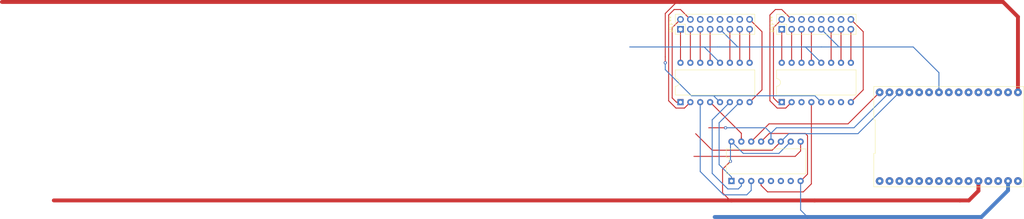
<source format=kicad_pcb>
(kicad_pcb (version 20171130) (host pcbnew "(5.1.4)-1")

  (general
    (thickness 1.6)
    (drawings 0)
    (tracks 164)
    (zones 0)
    (modules 6)
    (nets 1)
  )

  (page A4)
  (layers
    (0 F.Cu signal)
    (31 B.Cu signal)
    (32 B.Adhes user)
    (33 F.Adhes user)
    (34 B.Paste user)
    (35 F.Paste user)
    (36 B.SilkS user)
    (37 F.SilkS user)
    (38 B.Mask user)
    (39 F.Mask user)
    (40 Dwgs.User user)
    (41 Cmts.User user)
    (42 Eco1.User user)
    (43 Eco2.User user)
    (44 Edge.Cuts user)
    (45 Margin user)
    (46 B.CrtYd user)
    (47 F.CrtYd user)
    (48 B.Fab user)
    (49 F.Fab user)
  )

  (setup
    (last_trace_width 0.25)
    (trace_clearance 0.2)
    (zone_clearance 0.508)
    (zone_45_only no)
    (trace_min 0.2)
    (via_size 0.8)
    (via_drill 0.4)
    (via_min_size 0.4)
    (via_min_drill 0.3)
    (uvia_size 0.3)
    (uvia_drill 0.1)
    (uvias_allowed no)
    (uvia_min_size 0.2)
    (uvia_min_drill 0.1)
    (edge_width 0.05)
    (segment_width 0.2)
    (pcb_text_width 0.3)
    (pcb_text_size 1.5 1.5)
    (mod_edge_width 0.12)
    (mod_text_size 1 1)
    (mod_text_width 0.15)
    (pad_size 1.6 1.6)
    (pad_drill 0.8)
    (pad_to_mask_clearance 0.051)
    (solder_mask_min_width 0.25)
    (aux_axis_origin 0 0)
    (grid_origin 45.72 78.74)
    (visible_elements 7FFFFFFF)
    (pcbplotparams
      (layerselection 0x010fc_ffffffff)
      (usegerberextensions false)
      (usegerberattributes false)
      (usegerberadvancedattributes false)
      (creategerberjobfile false)
      (excludeedgelayer true)
      (linewidth 0.100000)
      (plotframeref false)
      (viasonmask false)
      (mode 1)
      (useauxorigin false)
      (hpglpennumber 1)
      (hpglpenspeed 20)
      (hpglpendiameter 15.000000)
      (psnegative false)
      (psa4output false)
      (plotreference true)
      (plotvalue true)
      (plotinvisibletext false)
      (padsonsilk false)
      (subtractmaskfromsilk false)
      (outputformat 1)
      (mirror false)
      (drillshape 1)
      (scaleselection 1)
      (outputdirectory ""))
  )

  (net 0 "")

  (net_class Default "This is the default net class."
    (clearance 0.2)
    (trace_width 0.25)
    (via_dia 0.8)
    (via_drill 0.4)
    (uvia_dia 0.3)
    (uvia_drill 0.1)
  )

  (module NixieClock:NODEMCU (layer F.Cu) (tedit 5DA9FA07) (tstamp 5DAA91F2)
    (at 254.508 114.046)
    (fp_text reference REF** (at -20.28 0 90) (layer F.SilkS) hide
      (effects (font (size 1 1) (thickness 0.15)))
    )
    (fp_text value "NODE MCU" (at 0 0) (layer F.Fab) hide
      (effects (font (size 1 1) (thickness 0.15)))
    )
    (fp_line (start -19.03 12.68) (end -19.03 -12.68) (layer F.CrtYd) (width 0.05))
    (fp_line (start 19.03 12.68) (end -19.03 12.68) (layer F.CrtYd) (width 0.05))
    (fp_line (start 19.03 -12.68) (end 19.03 12.68) (layer F.CrtYd) (width 0.05))
    (fp_line (start -19.03 -12.68) (end 19.03 -12.68) (layer F.CrtYd) (width 0.05))
    (fp_line (start -19.28 4.309999) (end -19.28 12.929999) (layer F.SilkS) (width 0.12))
    (fp_line (start -18.92 4.309999) (end -19.28 4.309999) (layer F.SilkS) (width 0.12))
    (fp_line (start -18.92 -4.31) (end -18.92 4.309999) (layer F.SilkS) (width 0.12))
    (fp_line (start -19.28 -4.31) (end -18.92 -4.31) (layer F.SilkS) (width 0.12))
    (fp_line (start -19.28 -12.93) (end -19.28 -4.31) (layer F.SilkS) (width 0.12))
    (fp_line (start 19.28 -12.929999) (end -19.28 -12.93) (layer F.SilkS) (width 0.12))
    (fp_line (start 19.28 12.93) (end 19.28 -12.929999) (layer F.SilkS) (width 0.12))
    (fp_line (start -19.28 12.929999) (end 19.28 12.93) (layer F.SilkS) (width 0.12))
    (pad VIN thru_hole circle (at 17.78 11.43) (size 2 2) (drill 0.8) (layers *.Cu *.Mask))
    (pad 3V3 thru_hole circle (at 17.78 -11.43) (size 2 2) (drill 0.8) (layers *.Cu *.Mask))
    (pad GND thru_hole circle (at 15.24 11.43) (size 2 2) (drill 0.8) (layers *.Cu *.Mask))
    (pad GND thru_hole circle (at 15.24 -11.43) (size 2 2) (drill 0.8) (layers *.Cu *.Mask))
    (pad RST thru_hole circle (at 12.7 11.43) (size 2 2) (drill 0.8) (layers *.Cu *.Mask))
    (pad TX thru_hole circle (at 12.7 -11.43) (size 2 2) (drill 0.8) (layers *.Cu *.Mask))
    (pad EN thru_hole circle (at 10.16 11.43) (size 2 2) (drill 0.8) (layers *.Cu *.Mask))
    (pad RX thru_hole circle (at 10.16 -11.43) (size 2 2) (drill 0.8) (layers *.Cu *.Mask))
    (pad 3V3 thru_hole circle (at 7.62 11.43) (size 2 2) (drill 0.8) (layers *.Cu *.Mask))
    (pad D8 thru_hole circle (at 7.62 -11.43) (size 2 2) (drill 0.8) (layers *.Cu *.Mask))
    (pad GND thru_hole circle (at 5.08 11.43) (size 2 2) (drill 0.8) (layers *.Cu *.Mask))
    (pad D7 thru_hole circle (at 5.08 -11.43) (size 2 2) (drill 0.8) (layers *.Cu *.Mask))
    (pad CLK thru_hole circle (at 2.54 11.43) (size 2 2) (drill 0.8) (layers *.Cu *.Mask))
    (pad D6 thru_hole circle (at 2.54 -11.43) (size 2 2) (drill 0.8) (layers *.Cu *.Mask))
    (pad SD08 thru_hole circle (at 0 11.43) (size 2 2) (drill 0.8) (layers *.Cu *.Mask))
    (pad D5 thru_hole circle (at 0 -11.43) (size 2 2) (drill 0.8) (layers *.Cu *.Mask))
    (pad CMD thru_hole circle (at -2.54 11.43) (size 2 2) (drill 0.8) (layers *.Cu *.Mask))
    (pad GND thru_hole circle (at -2.54 -11.43) (size 2 2) (drill 0.8) (layers *.Cu *.Mask))
    (pad SD1 thru_hole circle (at -5.08 11.43) (size 2 2) (drill 0.8) (layers *.Cu *.Mask))
    (pad 3V3 thru_hole circle (at -5.08 -11.43) (size 2 2) (drill 0.8) (layers *.Cu *.Mask))
    (pad SD2 thru_hole circle (at -7.62 11.43) (size 2 2) (drill 0.8) (layers *.Cu *.Mask))
    (pad D4 thru_hole circle (at -7.62 -11.43) (size 2 2) (drill 0.8) (layers *.Cu *.Mask))
    (pad SD3 thru_hole circle (at -10.16 11.43) (size 2 2) (drill 0.8) (layers *.Cu *.Mask))
    (pad D3 thru_hole circle (at -10.16 -11.43) (size 2 2) (drill 0.8) (layers *.Cu *.Mask))
    (pad RSV thru_hole circle (at -12.7 11.43) (size 2 2) (drill 0.8) (layers *.Cu *.Mask))
    (pad D2 thru_hole circle (at -12.7 -11.43) (size 2 2) (drill 0.8) (layers *.Cu *.Mask))
    (pad RSV thru_hole circle (at -15.24 11.43) (size 2 2) (drill 0.8) (layers *.Cu *.Mask))
    (pad D1 thru_hole circle (at -15.24 -11.43) (size 2 2) (drill 0.8) (layers *.Cu *.Mask))
    (pad AD0 thru_hole circle (at -17.78 11.43) (size 2 2) (drill 0.8) (layers *.Cu *.Mask))
    (pad D0 thru_hole circle (at -17.78 -11.43) (size 2 2) (drill 0.8) (layers *.Cu *.Mask))
  )

  (module Package_DIP:DIP-16_W10.16mm (layer F.Cu) (tedit 5DA9D1FD) (tstamp 5DA812F2)
    (at 185.52 105.156 90)
    (descr "16-lead though-hole mounted DIP package, row spacing 10.16 mm (400 mils)")
    (tags "THT DIP DIL PDIP 2.54mm 10.16mm 400mil")
    (fp_text reference IC2 (at 5.08 -2.33 90) (layer F.SilkS) hide
      (effects (font (size 1 1) (thickness 0.15)))
    )
    (fp_text value " " (at 5.08 20.11 90) (layer F.Fab) hide
      (effects (font (size 1 1) (thickness 0.15)))
    )
    (fp_arc (start 5.08 -1.33) (end 4.08 -1.33) (angle -180) (layer F.SilkS) (width 0.12))
    (fp_line (start 2.905 -1.27) (end 8.255 -1.27) (layer F.Fab) (width 0.1))
    (fp_line (start 8.255 -1.27) (end 8.255 19.05) (layer F.Fab) (width 0.1))
    (fp_line (start 8.255 19.05) (end 1.905 19.05) (layer F.Fab) (width 0.1))
    (fp_line (start 1.905 19.05) (end 1.905 -0.27) (layer F.Fab) (width 0.1))
    (fp_line (start 1.905 -0.27) (end 2.905 -1.27) (layer F.Fab) (width 0.1))
    (fp_line (start 4.08 -1.33) (end 1.845 -1.33) (layer F.SilkS) (width 0.12))
    (fp_line (start 1.845 -1.33) (end 1.845 19.11) (layer F.SilkS) (width 0.12))
    (fp_line (start 1.845 19.11) (end 8.315 19.11) (layer F.SilkS) (width 0.12))
    (fp_line (start 8.315 19.11) (end 8.315 -1.33) (layer F.SilkS) (width 0.12))
    (fp_line (start 8.315 -1.33) (end 6.08 -1.33) (layer F.SilkS) (width 0.12))
    (fp_line (start -1.05 -1.55) (end -1.05 19.3) (layer F.CrtYd) (width 0.05))
    (fp_line (start -1.05 19.3) (end 11.25 19.3) (layer F.CrtYd) (width 0.05))
    (fp_line (start 11.25 19.3) (end 11.25 -1.55) (layer F.CrtYd) (width 0.05))
    (fp_line (start 11.25 -1.55) (end -1.05 -1.55) (layer F.CrtYd) (width 0.05))
    (fp_text user IC2 (at 5.08 8.89 90) (layer F.Fab)
      (effects (font (size 1 1) (thickness 0.15)))
    )
    (pad OUT_8 thru_hole rect (at 0 0 90) (size 1.6 1.6) (drill 0.8) (layers *.Cu *.Mask))
    (pad OUT_3 thru_hole oval (at 10.16 17.78 90) (size 1.6 1.6) (drill 0.8) (layers *.Cu *.Mask))
    (pad OUT_9 thru_hole oval (at 0 2.54 90) (size 1.6 1.6) (drill 0.8) (layers *.Cu *.Mask))
    (pad OUT_7 thru_hole oval (at 10.16 15.24 90) (size 1.6 1.6) (drill 0.8) (layers *.Cu *.Mask))
    (pad IN_A thru_hole oval (at 0 5.08 90) (size 1.6 1.6) (drill 0.8) (layers *.Cu *.Mask))
    (pad OUT_6 thru_hole oval (at 10.16 12.7 90) (size 1.6 1.6) (drill 0.8) (layers *.Cu *.Mask))
    (pad IN_D thru_hole oval (at 0 7.62 90) (size 1.6 1.6) (drill 0.8) (layers *.Cu *.Mask))
    (pad GND thru_hole oval (at 10.16 10.16 90) (size 1.6 1.6) (drill 0.8) (layers *.Cu *.Mask))
    (pad VCC thru_hole oval (at 0 10.16 90) (size 1.6 1.6) (drill 0.8) (layers *.Cu *.Mask))
    (pad OUT_4 thru_hole oval (at 10.16 7.62 90) (size 1.6 1.6) (drill 0.8) (layers *.Cu *.Mask))
    (pad IN_B thru_hole oval (at 0 12.7 90) (size 1.6 1.6) (drill 0.8) (layers *.Cu *.Mask))
    (pad OUT_5 thru_hole oval (at 10.16 5.08 90) (size 1.6 1.6) (drill 0.8) (layers *.Cu *.Mask))
    (pad IN_C thru_hole oval (at 0 15.24 90) (size 1.6 1.6) (drill 0.8) (layers *.Cu *.Mask))
    (pad OUT_1 thru_hole oval (at 10.16 2.54 90) (size 1.6 1.6) (drill 0.8) (layers *.Cu *.Mask))
    (pad OUT_2 thru_hole oval (at 0 17.78 90) (size 1.6 1.6) (drill 0.8) (layers *.Cu *.Mask))
    (pad OUT_0 thru_hole oval (at 10.16 0 90) (size 1.6 1.6) (drill 0.8) (layers *.Cu *.Mask))
    (model ${KISYS3DMOD}/Package_DIP.3dshapes/DIP-16_W10.16mm.wrl
      (at (xyz 0 0 0))
      (scale (xyz 1 1 1))
      (rotate (xyz 0 0 0))
    )
  )

  (module Package_DIP:DIP-16_W10.16mm (layer F.Cu) (tedit 5DA9D1FD) (tstamp 5DA9F0EE)
    (at 211.555 105.156 90)
    (descr "16-lead though-hole mounted DIP package, row spacing 10.16 mm (400 mils)")
    (tags "THT DIP DIL PDIP 2.54mm 10.16mm 400mil")
    (fp_text reference IC2 (at 5.08 -2.33 90) (layer F.SilkS) hide
      (effects (font (size 1 1) (thickness 0.15)))
    )
    (fp_text value " " (at 5.08 20.11 90) (layer F.Fab) hide
      (effects (font (size 1 1) (thickness 0.15)))
    )
    (fp_text user IC2 (at 5.08 8.89 90) (layer F.Fab)
      (effects (font (size 1 1) (thickness 0.15)))
    )
    (fp_line (start 11.25 -1.55) (end -1.05 -1.55) (layer F.CrtYd) (width 0.05))
    (fp_line (start 11.25 19.3) (end 11.25 -1.55) (layer F.CrtYd) (width 0.05))
    (fp_line (start -1.05 19.3) (end 11.25 19.3) (layer F.CrtYd) (width 0.05))
    (fp_line (start -1.05 -1.55) (end -1.05 19.3) (layer F.CrtYd) (width 0.05))
    (fp_line (start 8.315 -1.33) (end 6.08 -1.33) (layer F.SilkS) (width 0.12))
    (fp_line (start 8.315 19.11) (end 8.315 -1.33) (layer F.SilkS) (width 0.12))
    (fp_line (start 1.845 19.11) (end 8.315 19.11) (layer F.SilkS) (width 0.12))
    (fp_line (start 1.845 -1.33) (end 1.845 19.11) (layer F.SilkS) (width 0.12))
    (fp_line (start 4.08 -1.33) (end 1.845 -1.33) (layer F.SilkS) (width 0.12))
    (fp_line (start 1.905 -0.27) (end 2.905 -1.27) (layer F.Fab) (width 0.1))
    (fp_line (start 1.905 19.05) (end 1.905 -0.27) (layer F.Fab) (width 0.1))
    (fp_line (start 8.255 19.05) (end 1.905 19.05) (layer F.Fab) (width 0.1))
    (fp_line (start 8.255 -1.27) (end 8.255 19.05) (layer F.Fab) (width 0.1))
    (fp_line (start 2.905 -1.27) (end 8.255 -1.27) (layer F.Fab) (width 0.1))
    (fp_arc (start 5.08 -1.33) (end 4.08 -1.33) (angle -180) (layer F.SilkS) (width 0.12))
    (pad OUT_0 thru_hole oval (at 10.16 0 90) (size 1.6 1.6) (drill 0.8) (layers *.Cu *.Mask))
    (pad OUT_2 thru_hole oval (at 0 17.78 90) (size 1.6 1.6) (drill 0.8) (layers *.Cu *.Mask))
    (pad OUT_1 thru_hole oval (at 10.16 2.54 90) (size 1.6 1.6) (drill 0.8) (layers *.Cu *.Mask))
    (pad IN_C thru_hole oval (at 0 15.24 90) (size 1.6 1.6) (drill 0.8) (layers *.Cu *.Mask))
    (pad OUT_5 thru_hole oval (at 10.16 5.08 90) (size 1.6 1.6) (drill 0.8) (layers *.Cu *.Mask))
    (pad IN_B thru_hole oval (at 0 12.7 90) (size 1.6 1.6) (drill 0.8) (layers *.Cu *.Mask))
    (pad OUT_4 thru_hole oval (at 10.16 7.62 90) (size 1.6 1.6) (drill 0.8) (layers *.Cu *.Mask))
    (pad VCC thru_hole oval (at 0 10.16 90) (size 1.6 1.6) (drill 0.8) (layers *.Cu *.Mask))
    (pad GND thru_hole oval (at 10.16 10.16 90) (size 1.6 1.6) (drill 0.8) (layers *.Cu *.Mask))
    (pad IN_D thru_hole oval (at 0 7.62 90) (size 1.6 1.6) (drill 0.8) (layers *.Cu *.Mask))
    (pad OUT_6 thru_hole oval (at 10.16 12.7 90) (size 1.6 1.6) (drill 0.8) (layers *.Cu *.Mask))
    (pad IN_A thru_hole oval (at 0 5.08 90) (size 1.6 1.6) (drill 0.8) (layers *.Cu *.Mask))
    (pad OUT_7 thru_hole oval (at 10.16 15.24 90) (size 1.6 1.6) (drill 0.8) (layers *.Cu *.Mask))
    (pad OUT_9 thru_hole oval (at 0 2.54 90) (size 1.6 1.6) (drill 0.8) (layers *.Cu *.Mask))
    (pad OUT_3 thru_hole oval (at 10.16 17.78 90) (size 1.6 1.6) (drill 0.8) (layers *.Cu *.Mask))
    (pad OUT_8 thru_hole rect (at 0 0 90) (size 1.6 1.6) (drill 0.8) (layers *.Cu *.Mask))
    (model ${KISYS3DMOD}/Package_DIP.3dshapes/DIP-16_W10.16mm.wrl
      (at (xyz 0 0 0))
      (scale (xyz 1 1 1))
      (rotate (xyz 0 0 0))
    )
  )

  (module Connector_PinHeader_2.54mm:PinHeader_2x08_P2.54mm_Vertical (layer F.Cu) (tedit 5DA9D04D) (tstamp 5DA9F111)
    (at 211.555 86.36 90)
    (descr "Through hole straight pin header, 2x08, 2.54mm pitch, double rows")
    (tags "Through hole pin header THT 2x08 2.54mm double row")
    (fp_text reference REF** (at 1.27 -2.33 90) (layer F.SilkS)
      (effects (font (size 1 1) (thickness 0.15)))
    )
    (fp_text value " " (at 1.27 20.11 90) (layer F.Fab) hide
      (effects (font (size 1 1) (thickness 0.15)))
    )
    (fp_line (start 0 -1.27) (end 3.81 -1.27) (layer F.Fab) (width 0.1))
    (fp_line (start 3.81 -1.27) (end 3.81 19.05) (layer F.Fab) (width 0.1))
    (fp_line (start 3.81 19.05) (end -1.27 19.05) (layer F.Fab) (width 0.1))
    (fp_line (start -1.27 19.05) (end -1.27 0) (layer F.Fab) (width 0.1))
    (fp_line (start -1.27 0) (end 0 -1.27) (layer F.Fab) (width 0.1))
    (fp_line (start -1.33 19.11) (end 3.87 19.11) (layer F.SilkS) (width 0.12))
    (fp_line (start -1.33 1.27) (end -1.33 19.11) (layer F.SilkS) (width 0.12))
    (fp_line (start 3.87 -1.33) (end 3.87 19.11) (layer F.SilkS) (width 0.12))
    (fp_line (start -1.33 1.27) (end 1.27 1.27) (layer F.SilkS) (width 0.12))
    (fp_line (start 1.27 1.27) (end 1.27 -1.33) (layer F.SilkS) (width 0.12))
    (fp_line (start 1.27 -1.33) (end 3.87 -1.33) (layer F.SilkS) (width 0.12))
    (fp_line (start -1.33 0) (end -1.33 -1.33) (layer F.SilkS) (width 0.12))
    (fp_line (start -1.33 -1.33) (end 0 -1.33) (layer F.SilkS) (width 0.12))
    (fp_line (start -1.8 -1.8) (end -1.8 19.55) (layer F.CrtYd) (width 0.05))
    (fp_line (start -1.8 19.55) (end 4.35 19.55) (layer F.CrtYd) (width 0.05))
    (fp_line (start 4.35 19.55) (end 4.35 -1.8) (layer F.CrtYd) (width 0.05))
    (fp_line (start 4.35 -1.8) (end -1.8 -1.8) (layer F.CrtYd) (width 0.05))
    (fp_text user %R (at 1.27 8.89) (layer F.Fab)
      (effects (font (size 1 1) (thickness 0.15)))
    )
    (pad 0 thru_hole rect (at 0 0 90) (size 1.7 1.7) (drill 1) (layers *.Cu *.Mask))
    (pad 8 thru_hole oval (at 2.54 0 90) (size 1.7 1.7) (drill 1) (layers *.Cu *.Mask))
    (pad 1 thru_hole oval (at 0 2.54 90) (size 1.7 1.7) (drill 1) (layers *.Cu *.Mask))
    (pad 9 thru_hole oval (at 2.54 2.54 90) (size 1.7 1.7) (drill 1) (layers *.Cu *.Mask))
    (pad 2 thru_hole oval (at 0 5.08 90) (size 1.7 1.7) (drill 1) (layers *.Cu *.Mask))
    (pad 10 thru_hole oval (at 2.54 5.08 90) (size 1.7 1.7) (drill 1) (layers *.Cu *.Mask))
    (pad 3 thru_hole oval (at 0 7.62 90) (size 1.7 1.7) (drill 1) (layers *.Cu *.Mask))
    (pad 11 thru_hole oval (at 2.54 7.62 90) (size 1.7 1.7) (drill 1) (layers *.Cu *.Mask))
    (pad 4 thru_hole oval (at 0 10.16 90) (size 1.7 1.7) (drill 1) (layers *.Cu *.Mask))
    (pad 12 thru_hole oval (at 2.54 10.16 90) (size 1.7 1.7) (drill 1) (layers *.Cu *.Mask))
    (pad 5 thru_hole oval (at 0 12.7 90) (size 1.7 1.7) (drill 1) (layers *.Cu *.Mask))
    (pad 13 thru_hole oval (at 2.54 12.7 90) (size 1.7 1.7) (drill 1) (layers *.Cu *.Mask))
    (pad 6 thru_hole oval (at 0 15.24 90) (size 1.7 1.7) (drill 1) (layers *.Cu *.Mask))
    (pad 14 thru_hole oval (at 2.54 15.24 90) (size 1.7 1.7) (drill 1) (layers *.Cu *.Mask))
    (pad 7 thru_hole oval (at 0 17.78 90) (size 1.7 1.7) (drill 1) (layers *.Cu *.Mask))
    (pad 15 thru_hole oval (at 2.54 17.78 90) (size 1.7 1.7) (drill 1) (layers *.Cu *.Mask))
    (model ${KISYS3DMOD}/Connector_PinHeader_2.54mm.3dshapes/PinHeader_2x08_P2.54mm_Vertical.wrl
      (at (xyz 0 0 0))
      (scale (xyz 1 1 1))
      (rotate (xyz 0 0 0))
    )
  )

  (module Connector_PinHeader_2.54mm:PinHeader_2x08_P2.54mm_Vertical (layer F.Cu) (tedit 5DA9D04D) (tstamp 5DA91AB1)
    (at 185.52 86.36 90)
    (descr "Through hole straight pin header, 2x08, 2.54mm pitch, double rows")
    (tags "Through hole pin header THT 2x08 2.54mm double row")
    (fp_text reference REF** (at 1.27 -2.33 90) (layer F.SilkS)
      (effects (font (size 1 1) (thickness 0.15)))
    )
    (fp_text value " " (at 1.27 20.11 90) (layer F.Fab) hide
      (effects (font (size 1 1) (thickness 0.15)))
    )
    (fp_text user %R (at 1.27 8.89) (layer F.Fab)
      (effects (font (size 1 1) (thickness 0.15)))
    )
    (fp_line (start 4.35 -1.8) (end -1.8 -1.8) (layer F.CrtYd) (width 0.05))
    (fp_line (start 4.35 19.55) (end 4.35 -1.8) (layer F.CrtYd) (width 0.05))
    (fp_line (start -1.8 19.55) (end 4.35 19.55) (layer F.CrtYd) (width 0.05))
    (fp_line (start -1.8 -1.8) (end -1.8 19.55) (layer F.CrtYd) (width 0.05))
    (fp_line (start -1.33 -1.33) (end 0 -1.33) (layer F.SilkS) (width 0.12))
    (fp_line (start -1.33 0) (end -1.33 -1.33) (layer F.SilkS) (width 0.12))
    (fp_line (start 1.27 -1.33) (end 3.87 -1.33) (layer F.SilkS) (width 0.12))
    (fp_line (start 1.27 1.27) (end 1.27 -1.33) (layer F.SilkS) (width 0.12))
    (fp_line (start -1.33 1.27) (end 1.27 1.27) (layer F.SilkS) (width 0.12))
    (fp_line (start 3.87 -1.33) (end 3.87 19.11) (layer F.SilkS) (width 0.12))
    (fp_line (start -1.33 1.27) (end -1.33 19.11) (layer F.SilkS) (width 0.12))
    (fp_line (start -1.33 19.11) (end 3.87 19.11) (layer F.SilkS) (width 0.12))
    (fp_line (start -1.27 0) (end 0 -1.27) (layer F.Fab) (width 0.1))
    (fp_line (start -1.27 19.05) (end -1.27 0) (layer F.Fab) (width 0.1))
    (fp_line (start 3.81 19.05) (end -1.27 19.05) (layer F.Fab) (width 0.1))
    (fp_line (start 3.81 -1.27) (end 3.81 19.05) (layer F.Fab) (width 0.1))
    (fp_line (start 0 -1.27) (end 3.81 -1.27) (layer F.Fab) (width 0.1))
    (pad 15 thru_hole oval (at 2.54 17.78 90) (size 1.7 1.7) (drill 1) (layers *.Cu *.Mask))
    (pad 7 thru_hole oval (at 0 17.78 90) (size 1.7 1.7) (drill 1) (layers *.Cu *.Mask))
    (pad 14 thru_hole oval (at 2.54 15.24 90) (size 1.7 1.7) (drill 1) (layers *.Cu *.Mask))
    (pad 6 thru_hole oval (at 0 15.24 90) (size 1.7 1.7) (drill 1) (layers *.Cu *.Mask))
    (pad 13 thru_hole oval (at 2.54 12.7 90) (size 1.7 1.7) (drill 1) (layers *.Cu *.Mask))
    (pad 5 thru_hole oval (at 0 12.7 90) (size 1.7 1.7) (drill 1) (layers *.Cu *.Mask))
    (pad 12 thru_hole oval (at 2.54 10.16 90) (size 1.7 1.7) (drill 1) (layers *.Cu *.Mask))
    (pad 4 thru_hole oval (at 0 10.16 90) (size 1.7 1.7) (drill 1) (layers *.Cu *.Mask))
    (pad 11 thru_hole oval (at 2.54 7.62 90) (size 1.7 1.7) (drill 1) (layers *.Cu *.Mask))
    (pad 3 thru_hole oval (at 0 7.62 90) (size 1.7 1.7) (drill 1) (layers *.Cu *.Mask))
    (pad 10 thru_hole oval (at 2.54 5.08 90) (size 1.7 1.7) (drill 1) (layers *.Cu *.Mask))
    (pad 2 thru_hole oval (at 0 5.08 90) (size 1.7 1.7) (drill 1) (layers *.Cu *.Mask))
    (pad 9 thru_hole oval (at 2.54 2.54 90) (size 1.7 1.7) (drill 1) (layers *.Cu *.Mask))
    (pad 1 thru_hole oval (at 0 2.54 90) (size 1.7 1.7) (drill 1) (layers *.Cu *.Mask))
    (pad 8 thru_hole oval (at 2.54 0 90) (size 1.7 1.7) (drill 1) (layers *.Cu *.Mask))
    (pad 0 thru_hole rect (at 0 0 90) (size 1.7 1.7) (drill 1) (layers *.Cu *.Mask))
    (model ${KISYS3DMOD}/Connector_PinHeader_2.54mm.3dshapes/PinHeader_2x08_P2.54mm_Vertical.wrl
      (at (xyz 0 0 0))
      (scale (xyz 1 1 1))
      (rotate (xyz 0 0 0))
    )
  )

  (module Package_DIP:DIP-16_W10.16mm locked (layer F.Cu) (tedit 5DA9DBC5) (tstamp 5DA84293)
    (at 198.628 125.476 90)
    (descr "16-lead though-hole mounted DIP package, row spacing 10.16 mm (400 mils)")
    (tags "THT DIP DIL PDIP 2.54mm 10.16mm 400mil")
    (fp_text reference IC1 (at 5.08 -2.33 90) (layer F.SilkS) hide
      (effects (font (size 1 1) (thickness 0.15)))
    )
    (fp_text value " " (at 5.08 20.11 90) (layer F.Fab) hide
      (effects (font (size 1 1) (thickness 0.15)))
    )
    (fp_text user IC1 (at 5.08 8.89 90) (layer F.Fab)
      (effects (font (size 1 1) (thickness 0.15)))
    )
    (fp_line (start 11.25 -1.55) (end -1.05 -1.55) (layer F.CrtYd) (width 0.05))
    (fp_line (start 11.25 19.3) (end 11.25 -1.55) (layer F.CrtYd) (width 0.05))
    (fp_line (start -1.05 19.3) (end 11.25 19.3) (layer F.CrtYd) (width 0.05))
    (fp_line (start -1.05 -1.55) (end -1.05 19.3) (layer F.CrtYd) (width 0.05))
    (fp_line (start 8.315 -1.33) (end 6.08 -1.33) (layer F.SilkS) (width 0.12))
    (fp_line (start 8.315 19.11) (end 8.315 -1.33) (layer F.SilkS) (width 0.12))
    (fp_line (start 1.845 19.11) (end 8.315 19.11) (layer F.SilkS) (width 0.12))
    (fp_line (start 1.845 -1.33) (end 1.845 19.11) (layer F.SilkS) (width 0.12))
    (fp_line (start 4.08 -1.33) (end 1.845 -1.33) (layer F.SilkS) (width 0.12))
    (fp_line (start 1.905 -0.27) (end 2.905 -1.27) (layer F.Fab) (width 0.1))
    (fp_line (start 1.905 19.05) (end 1.905 -0.27) (layer F.Fab) (width 0.1))
    (fp_line (start 8.255 19.05) (end 1.905 19.05) (layer F.Fab) (width 0.1))
    (fp_line (start 8.255 -1.27) (end 8.255 19.05) (layer F.Fab) (width 0.1))
    (fp_line (start 2.905 -1.27) (end 8.255 -1.27) (layer F.Fab) (width 0.1))
    (fp_arc (start 5.08 -1.33) (end 4.08 -1.33) (angle -180) (layer F.SilkS) (width 0.12))
    (pad VCC thru_hole oval (at 10.16 0 90) (size 1.6 1.6) (drill 0.8) (layers *.Cu *.Mask))
    (pad GND thru_hole oval (at 0 17.78 90) (size 1.6 1.6) (drill 0.8) (layers *.Cu *.Mask))
    (pad QA thru_hole oval (at 10.16 2.54 90) (size 1.6 1.6) (drill 0.8) (layers *.Cu *.Mask))
    (pad QH thru_hole oval (at 0 15.24 90) (size 1.6 1.6) (drill 0.8) (layers *.Cu *.Mask))
    (pad SER thru_hole oval (at 10.16 5.08 90) (size 1.6 1.6) (drill 0.8) (layers *.Cu *.Mask))
    (pad QG thru_hole oval (at 0 12.7 90) (size 1.6 1.6) (drill 0.8) (layers *.Cu *.Mask))
    (pad ~OE thru_hole oval (at 10.16 7.62 90) (size 1.6 1.6) (drill 0.8) (layers *.Cu *.Mask))
    (pad QF thru_hole oval (at 0 10.16 90) (size 1.6 1.6) (drill 0.8) (layers *.Cu *.Mask))
    (pad RCLK thru_hole oval (at 10.16 10.16 90) (size 1.6 1.6) (drill 0.8) (layers *.Cu *.Mask))
    (pad QE thru_hole oval (at 0 7.62 90) (size 1.6 1.6) (drill 0.8) (layers *.Cu *.Mask))
    (pad SRCLK thru_hole oval (at 10.16 12.7 90) (size 1.6 1.6) (drill 0.8) (layers *.Cu *.Mask))
    (pad QD thru_hole oval (at 0 5.08 90) (size 1.6 1.6) (drill 0.8) (layers *.Cu *.Mask))
    (pad ~SRCLR thru_hole oval (at 10.16 15.24 90) (size 1.6 1.6) (drill 0.8) (layers *.Cu *.Mask))
    (pad QC thru_hole oval (at 0 2.54 90) (size 1.6 1.6) (drill 0.8) (layers *.Cu *.Mask))
    (pad QH' thru_hole oval (at 10.16 17.78 90) (size 1.6 1.6) (drill 0.8) (layers *.Cu *.Mask))
    (pad QB thru_hole rect (at 0 0 90) (size 1.6 1.6) (drill 0.8) (layers *.Cu *.Mask))
    (model ${KISYS3DMOD}/Package_DIP.3dshapes/DIP-16_W10.16mm.wrl
      (at (xyz 0 0 0))
      (scale (xyz 1 1 1))
      (rotate (xyz 0 0 0))
    )
  )

  (segment (start 190.6 104.748) (end 190.6 105.156) (width 0.25) (layer F.Cu) (net 0))
  (via (at 197.104 111.76) (size 0.8) (drill 0.4) (layers F.Cu B.Cu) (net 0))
  (segment (start 184.47 105.156) (end 183.388 104.074) (width 0.25) (layer F.Cu) (net 0))
  (segment (start 185.52 105.156) (end 184.47 105.156) (width 0.25) (layer F.Cu) (net 0))
  (segment (start 188.06 105.156) (end 186.5376 106.6784) (width 0.25) (layer F.Cu) (net 0))
  (segment (start 186.5376 106.6784) (end 184.3516 106.6784) (width 0.25) (layer F.Cu) (net 0))
  (segment (start 184.3516 106.6784) (end 182.4736 104.8004) (width 0.25) (layer F.Cu) (net 0))
  (segment (start 183.896 81.28) (end 183.896 81.28) (width 0.25) (layer F.Cu) (net 0) (tstamp 5DA9263E))
  (segment (start 185.52 94.996) (end 185.52 86.36) (width 0.25) (layer F.Cu) (net 0))
  (segment (start 188.06 94.996) (end 188.06 86.36) (width 0.25) (layer F.Cu) (net 0))
  (segment (start 190.6 94.996) (end 190.6 86.36) (width 0.25) (layer F.Cu) (net 0))
  (segment (start 193.14 93.86463) (end 193.14 86.36) (width 0.25) (layer F.Cu) (net 0))
  (segment (start 193.14 94.996) (end 193.14 93.86463) (width 0.25) (layer F.Cu) (net 0))
  (segment (start 198.22 88.9) (end 198.22 86.36) (width 0.25) (layer F.Cu) (net 0))
  (segment (start 198.22 94.996) (end 198.22 88.9) (width 0.25) (layer F.Cu) (net 0))
  (segment (start 200.76 94.996) (end 200.76 86.36) (width 0.25) (layer F.Cu) (net 0))
  (segment (start 203.3 93.86463) (end 203.3 86.36) (width 0.25) (layer F.Cu) (net 0))
  (segment (start 203.3 94.996) (end 203.3 93.86463) (width 0.25) (layer F.Cu) (net 0))
  (segment (start 203.3 105.156) (end 206.475 101.981) (width 0.25) (layer F.Cu) (net 0))
  (segment (start 206.475 86.995) (end 203.3 83.82) (width 0.25) (layer F.Cu) (net 0))
  (segment (start 206.475 101.981) (end 206.475 86.995) (width 0.25) (layer F.Cu) (net 0))
  (segment (start 183.388 85.952) (end 185.52 83.82) (width 0.25) (layer F.Cu) (net 0))
  (segment (start 183.388 104.074) (end 183.388 85.952) (width 0.25) (layer F.Cu) (net 0))
  (segment (start 185.52 81.28) (end 188.06 83.82) (width 0.25) (layer F.Cu) (net 0))
  (segment (start 183.896 81.28) (end 185.52 81.28) (width 0.25) (layer F.Cu) (net 0))
  (segment (start 182.4736 104.8004) (end 182.4736 82.7024) (width 0.25) (layer F.Cu) (net 0))
  (segment (start 182.4736 82.7024) (end 183.896 81.28) (width 0.25) (layer F.Cu) (net 0))
  (segment (start 229.335 94.996) (end 229.335 93.86463) (width 0.25) (layer F.Cu) (net 0) (tstamp 5DA9F0EA))
  (segment (start 216.635 94.996) (end 216.635 86.36) (width 0.25) (layer F.Cu) (net 0) (tstamp 5DA9F0EB))
  (segment (start 229.335 93.86463) (end 229.335 86.36) (width 0.25) (layer F.Cu) (net 0) (tstamp 5DA9F0EC))
  (segment (start 211.555 94.996) (end 211.555 86.36) (width 0.25) (layer F.Cu) (net 0) (tstamp 5DA9F0ED))
  (segment (start 216.635 104.748) (end 216.635 105.156) (width 0.25) (layer F.Cu) (net 0) (tstamp 5DA9F139))
  (segment (start 219.175 93.86463) (end 219.175 86.36) (width 0.25) (layer F.Cu) (net 0) (tstamp 5DA9F142))
  (segment (start 219.175 94.996) (end 219.175 93.86463) (width 0.25) (layer F.Cu) (net 0) (tstamp 5DA9F143))
  (segment (start 211.555 81.28) (end 214.095 83.82) (width 0.25) (layer F.Cu) (net 0) (tstamp 5DA9F144))
  (segment (start 226.795 94.996) (end 226.795 86.36) (width 0.25) (layer F.Cu) (net 0) (tstamp 5DA9F145))
  (segment (start 209.423 85.952) (end 211.555 83.82) (width 0.25) (layer F.Cu) (net 0) (tstamp 5DA9F146))
  (segment (start 209.423 104.074) (end 209.423 85.952) (width 0.25) (layer F.Cu) (net 0) (tstamp 5DA9F147))
  (segment (start 209.931 81.28) (end 211.555 81.28) (width 0.25) (layer F.Cu) (net 0) (tstamp 5DA9F148))
  (segment (start 232.51 101.981) (end 232.51 86.995) (width 0.25) (layer F.Cu) (net 0) (tstamp 5DA9F149))
  (segment (start 229.335 105.156) (end 232.51 101.981) (width 0.25) (layer F.Cu) (net 0) (tstamp 5DA9F14A))
  (segment (start 224.255 94.996) (end 224.255 88.9) (width 0.25) (layer F.Cu) (net 0) (tstamp 5DA9F14B))
  (segment (start 224.255 88.9) (end 224.255 86.36) (width 0.25) (layer F.Cu) (net 0) (tstamp 5DA9F14C))
  (segment (start 232.51 86.995) (end 229.335 83.82) (width 0.25) (layer F.Cu) (net 0) (tstamp 5DA9F14D))
  (segment (start 214.095 94.996) (end 214.095 86.36) (width 0.25) (layer F.Cu) (net 0) (tstamp 5DA9F14E))
  (segment (start 210.505 105.156) (end 209.423 104.074) (width 0.25) (layer F.Cu) (net 0) (tstamp 5DA9F14F))
  (segment (start 211.555 105.156) (end 210.505 105.156) (width 0.25) (layer F.Cu) (net 0) (tstamp 5DA9F150))
  (segment (start 214.095 105.156) (end 212.5726 106.6784) (width 0.25) (layer F.Cu) (net 0) (tstamp 5DA9F151))
  (segment (start 212.5726 106.6784) (end 210.3866 106.6784) (width 0.25) (layer F.Cu) (net 0) (tstamp 5DA9F152))
  (segment (start 210.3866 106.6784) (end 208.5086 104.8004) (width 0.25) (layer F.Cu) (net 0) (tstamp 5DA9F153))
  (segment (start 208.5086 104.8004) (end 208.5086 82.7024) (width 0.25) (layer F.Cu) (net 0) (tstamp 5DA9F154))
  (segment (start 208.5086 82.7024) (end 209.931 81.28) (width 0.25) (layer F.Cu) (net 0) (tstamp 5DA9F155))
  (segment (start 209.931 81.28) (end 209.931 81.28) (width 0.25) (layer F.Cu) (net 0) (tstamp 5DA9F156))
  (segment (start 201.168 115.316) (end 201.168 114.18463) (width 0.25) (layer F.Cu) (net 0))
  (segment (start 201.168 113.184) (end 201.168 115.316) (width 0.25) (layer F.Cu) (net 0))
  (segment (start 193.14 105.156) (end 201.168 113.184) (width 0.25) (layer F.Cu) (net 0))
  (segment (start 192.786 111.76) (end 197.104 111.76) (width 0.25) (layer F.Cu) (net 0))
  (segment (start 198.628 124.426) (end 195.453 121.251) (width 0.25) (layer B.Cu) (net 0))
  (segment (start 198.628 125.476) (end 198.628 124.426) (width 0.25) (layer B.Cu) (net 0))
  (segment (start 195.453 110.463) (end 200.76 105.156) (width 0.25) (layer B.Cu) (net 0))
  (segment (start 195.453 121.251) (end 195.453 110.463) (width 0.25) (layer B.Cu) (net 0))
  (segment (start 201.168 125.476) (end 201.168 126.746) (width 0.25) (layer B.Cu) (net 0))
  (segment (start 201.168 126.746) (end 200.406 127.508) (width 0.25) (layer B.Cu) (net 0))
  (segment (start 200.406 127.508) (end 197.6755 127.508) (width 0.25) (layer B.Cu) (net 0))
  (segment (start 197.6755 127.508) (end 193.675 123.5075) (width 0.25) (layer B.Cu) (net 0))
  (segment (start 193.675 109.701) (end 198.22 105.156) (width 0.25) (layer B.Cu) (net 0))
  (segment (start 193.675 123.5075) (end 193.675 109.701) (width 0.25) (layer B.Cu) (net 0))
  (segment (start 203.708 125.476) (end 203.708 127.889) (width 0.25) (layer B.Cu) (net 0))
  (segment (start 203.708 127.889) (end 202.565 129.032) (width 0.25) (layer B.Cu) (net 0))
  (segment (start 202.565 129.032) (end 196.596 129.032) (width 0.25) (layer B.Cu) (net 0))
  (segment (start 190.6 123.036) (end 190.6 105.156) (width 0.25) (layer B.Cu) (net 0))
  (segment (start 196.596 129.032) (end 190.6 123.036) (width 0.25) (layer B.Cu) (net 0))
  (segment (start 219.175 126.211) (end 219.175 105.156) (width 0.25) (layer F.Cu) (net 0))
  (segment (start 208.788 113.157) (end 208.788 115.316) (width 0.25) (layer B.Cu) (net 0))
  (segment (start 197.104 111.76) (end 207.391 111.76) (width 0.25) (layer B.Cu) (net 0))
  (segment (start 207.391 111.76) (end 208.788 113.157) (width 0.25) (layer B.Cu) (net 0))
  (segment (start 208.788 113.157) (end 210.1215 111.8235) (width 0.25) (layer B.Cu) (net 0))
  (segment (start 210.1215 111.8235) (end 210.185 111.76) (width 0.25) (layer B.Cu) (net 0))
  (segment (start 211.328 115.316) (end 209.1055 117.5385) (width 0.25) (layer F.Cu) (net 0))
  (segment (start 193.675 117.5385) (end 189.4205 113.284) (width 0.25) (layer F.Cu) (net 0))
  (segment (start 209.1055 117.5385) (end 193.675 117.5385) (width 0.25) (layer F.Cu) (net 0))
  (segment (start 198.628 130.476) (end 24.384 130.476) (width 1) (layer F.Cu) (net 0) (tstamp 5DAA0C3C))
  (segment (start 185.293 79.3242) (end 11.049 79.3242) (width 1) (layer F.Cu) (net 0) (tstamp 5DAA0CDD))
  (segment (start 185.293 79.3242) (end 268.4526 79.3242) (width 1) (layer F.Cu) (net 0))
  (segment (start 220.011 130.476) (end 220.044 130.476) (width 0.25) (layer F.Cu) (net 0))
  (segment (start 198.628 130.476) (end 220.011 130.476) (width 1) (layer F.Cu) (net 0))
  (segment (start 185.293 79.3242) (end 184.5818 79.3242) (width 0.25) (layer F.Cu) (net 0))
  (segment (start 184.5818 79.3242) (end 181.61 82.296) (width 0.25) (layer F.Cu) (net 0))
  (segment (start 181.61 82.296) (end 181.61 93.472) (width 0.25) (layer F.Cu) (net 0))
  (segment (start 181.61 93.472) (end 181.61 94.996) (width 0.25) (layer F.Cu) (net 0))
  (segment (start 181.61 94.996) (end 181.61 94.996) (width 0.25) (layer F.Cu) (net 0) (tstamp 5DAA7EC6))
  (via (at 181.61 94.996) (size 0.8) (drill 0.4) (layers F.Cu B.Cu) (net 0))
  (segment (start 181.61 94.996) (end 181.61 96.774) (width 0.25) (layer B.Cu) (net 0))
  (segment (start 181.61 96.774) (end 188.341 103.505) (width 0.25) (layer B.Cu) (net 0))
  (segment (start 194.029 103.505) (end 195.68 105.156) (width 0.25) (layer B.Cu) (net 0))
  (segment (start 188.341 103.505) (end 194.029 103.505) (width 0.25) (layer B.Cu) (net 0))
  (segment (start 220.064 103.505) (end 221.715 105.156) (width 0.25) (layer B.Cu) (net 0))
  (segment (start 194.029 103.505) (end 220.064 103.505) (width 0.25) (layer B.Cu) (net 0))
  (segment (start 257.349 130.476) (end 257.349 130.255) (width 0.25) (layer F.Cu) (net 0))
  (segment (start 220.011 130.476) (end 257.349 130.476) (width 1) (layer F.Cu) (net 0))
  (segment (start 262.128 125.476) (end 262.128 128.016) (width 1) (layer F.Cu) (net 0))
  (segment (start 259.668 130.476) (end 257.349 130.476) (width 1) (layer F.Cu) (net 0))
  (segment (start 262.128 128.016) (end 259.668 130.476) (width 1) (layer F.Cu) (net 0))
  (segment (start 272.288 83.1596) (end 268.4526 79.3242) (width 1) (layer F.Cu) (net 0))
  (segment (start 272.288 102.616) (end 272.288 83.1596) (width 1) (layer F.Cu) (net 0))
  (segment (start 269.748 125.476) (end 269.748 127.635) (width 1) (layer B.Cu) (net 0))
  (segment (start 269.748 127.635) (end 269.748 127.889) (width 1) (layer B.Cu) (net 0))
  (segment (start 269.748 127.889) (end 262.89 134.747) (width 1) (layer B.Cu) (net 0))
  (segment (start 216.408 132.969) (end 218.186 134.747) (width 0.25) (layer B.Cu) (net 0))
  (segment (start 216.408 125.476) (end 216.408 132.969) (width 0.25) (layer B.Cu) (net 0))
  (segment (start 262.89 134.747) (end 218.186 134.747) (width 1) (layer B.Cu) (net 0))
  (segment (start 218.186 134.747) (end 194.31 134.747) (width 1) (layer B.Cu) (net 0))
  (segment (start 216.408 117.348) (end 216.408 117.729) (width 0.25) (layer F.Cu) (net 0))
  (segment (start 216.408 115.316) (end 216.408 117.348) (width 0.25) (layer F.Cu) (net 0))
  (segment (start 216.408 117.729) (end 215.011 119.126) (width 0.25) (layer F.Cu) (net 0))
  (segment (start 198.628 130.476) (end 198.294 130.476) (width 0.25) (layer F.Cu) (net 0))
  (segment (start 198.294 130.476) (end 196.342 128.524) (width 0.25) (layer F.Cu) (net 0))
  (via (at 198.374 120.396) (size 0.8) (drill 0.4) (layers F.Cu B.Cu) (net 0))
  (segment (start 196.342 128.524) (end 196.342 122.428) (width 0.25) (layer F.Cu) (net 0))
  (segment (start 196.342 122.428) (end 198.374 120.396) (width 0.25) (layer F.Cu) (net 0))
  (segment (start 198.374 115.57) (end 198.628 115.316) (width 0.25) (layer B.Cu) (net 0))
  (segment (start 198.374 120.396) (end 198.374 115.57) (width 0.25) (layer B.Cu) (net 0))
  (segment (start 213.868 115.316) (end 210.82 118.364) (width 0.25) (layer B.Cu) (net 0))
  (segment (start 201.676 118.364) (end 198.628 115.316) (width 0.25) (layer B.Cu) (net 0))
  (segment (start 210.82 118.364) (end 201.676 118.364) (width 0.25) (layer B.Cu) (net 0))
  (segment (start 206.248 115.316) (end 208.3435 113.2205) (width 0.25) (layer F.Cu) (net 0))
  (segment (start 218.186 113.792) (end 217.6145 113.2205) (width 0.25) (layer F.Cu) (net 0))
  (segment (start 216.408 125.476) (end 218.186 123.698) (width 0.25) (layer F.Cu) (net 0))
  (segment (start 218.186 123.698) (end 218.186 113.792) (width 0.25) (layer F.Cu) (net 0))
  (segment (start 228.6 110.744) (end 236.728 102.616) (width 0.25) (layer F.Cu) (net 0))
  (segment (start 203.708 115.316) (end 208.28 110.744) (width 0.25) (layer F.Cu) (net 0))
  (segment (start 208.28 110.744) (end 228.6 110.744) (width 0.25) (layer F.Cu) (net 0))
  (segment (start 230.124 111.76) (end 229.87 111.76) (width 0.25) (layer B.Cu) (net 0))
  (segment (start 239.268 102.616) (end 230.124 111.76) (width 0.25) (layer B.Cu) (net 0))
  (segment (start 210.185 111.76) (end 229.87 111.76) (width 0.25) (layer B.Cu) (net 0))
  (segment (start 241.808 102.616) (end 231.14 113.284) (width 0.25) (layer B.Cu) (net 0))
  (segment (start 217.6145 113.2205) (end 208.3435 113.2205) (width 0.25) (layer F.Cu) (net 0))
  (segment (start 213.36 113.284) (end 211.328 115.316) (width 0.25) (layer B.Cu) (net 0))
  (segment (start 231.14 113.284) (end 213.36 113.284) (width 0.25) (layer B.Cu) (net 0))
  (segment (start 206.248 126.60737) (end 207.91063 128.27) (width 0.25) (layer F.Cu) (net 0))
  (segment (start 206.248 125.476) (end 206.248 126.60737) (width 0.25) (layer F.Cu) (net 0))
  (segment (start 217.116 128.27) (end 219.175 126.211) (width 0.25) (layer F.Cu) (net 0))
  (segment (start 207.91063 128.27) (end 217.116 128.27) (width 0.25) (layer F.Cu) (net 0))
  (segment (start 251.968 102.616) (end 251.968 97.536) (width 0.25) (layer B.Cu) (net 0))
  (segment (start 251.968 97.536) (end 245.364 90.932) (width 0.25) (layer B.Cu) (net 0))
  (segment (start 218.78237 90.932) (end 217.678 90.932) (width 0.25) (layer B.Cu) (net 0))
  (segment (start 191.616 90.932) (end 191.008 90.932) (width 0.25) (layer B.Cu) (net 0))
  (segment (start 195.68 94.996) (end 191.616 90.932) (width 0.25) (layer B.Cu) (net 0))
  (segment (start 195.072 90.932) (end 191.008 90.932) (width 0.25) (layer B.Cu) (net 0))
  (segment (start 191.008 90.932) (end 172.466 90.932) (width 0.25) (layer B.Cu) (net 0))
  (segment (start 217.651 90.932) (end 217.17 90.932) (width 0.25) (layer B.Cu) (net 0))
  (segment (start 221.715 94.996) (end 217.651 90.932) (width 0.25) (layer B.Cu) (net 0))
  (segment (start 217.678 90.932) (end 217.17 90.932) (width 0.25) (layer B.Cu) (net 0))
  (segment (start 221.742 90.932) (end 217.678 90.932) (width 0.25) (layer B.Cu) (net 0))
  (segment (start 195.58 90.932) (end 195.072 90.932) (width 0.25) (layer B.Cu) (net 0))
  (segment (start 226.287 90.932) (end 226.568 90.932) (width 0.25) (layer B.Cu) (net 0))
  (segment (start 221.715 86.36) (end 226.287 90.932) (width 0.25) (layer B.Cu) (net 0))
  (segment (start 245.364 90.932) (end 226.568 90.932) (width 0.25) (layer B.Cu) (net 0))
  (segment (start 226.568 90.932) (end 221.742 90.932) (width 0.25) (layer B.Cu) (net 0))
  (segment (start 200.252 90.932) (end 200.406 90.932) (width 0.25) (layer B.Cu) (net 0))
  (segment (start 195.68 86.36) (end 200.252 90.932) (width 0.25) (layer B.Cu) (net 0))
  (segment (start 217.17 90.932) (end 200.406 90.932) (width 0.25) (layer B.Cu) (net 0))
  (segment (start 200.406 90.932) (end 195.58 90.932) (width 0.25) (layer B.Cu) (net 0))
  (segment (start 215.011 119.126) (end 188.976 119.126) (width 0.25) (layer F.Cu) (net 0))

)

</source>
